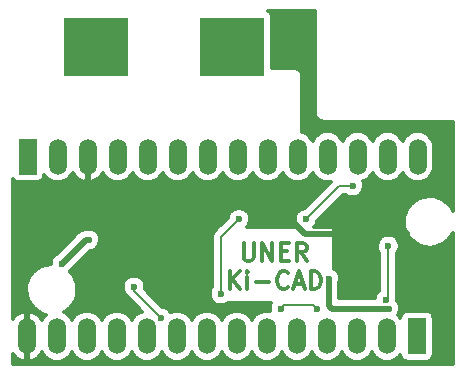
<source format=gbr>
G04 #@! TF.FileFunction,Copper,L1,Top,Signal*
%FSLAX46Y46*%
G04 Gerber Fmt 4.6, Leading zero omitted, Abs format (unit mm)*
G04 Created by KiCad (PCBNEW 4.0.2-4+6225~38~ubuntu14.04.1-stable) date jue 07 abr 2016 16:44:47 ART*
%MOMM*%
G01*
G04 APERTURE LIST*
%ADD10C,0.100000*%
%ADD11C,0.300000*%
%ADD12R,5.400000X5.000000*%
%ADD13O,1.506220X3.014980*%
%ADD14R,1.506220X3.014980*%
%ADD15C,0.600000*%
%ADD16C,0.300000*%
%ADD17C,0.500000*%
%ADD18C,0.203200*%
G04 APERTURE END LIST*
D10*
D11*
X153059143Y-104404571D02*
X153059143Y-105618857D01*
X153130571Y-105761714D01*
X153202000Y-105833143D01*
X153344857Y-105904571D01*
X153630571Y-105904571D01*
X153773429Y-105833143D01*
X153844857Y-105761714D01*
X153916286Y-105618857D01*
X153916286Y-104404571D01*
X154630572Y-105904571D02*
X154630572Y-104404571D01*
X155487715Y-105904571D01*
X155487715Y-104404571D01*
X156202001Y-105118857D02*
X156702001Y-105118857D01*
X156916287Y-105904571D02*
X156202001Y-105904571D01*
X156202001Y-104404571D01*
X156916287Y-104404571D01*
X158416287Y-105904571D02*
X157916287Y-105190286D01*
X157559144Y-105904571D02*
X157559144Y-104404571D01*
X158130572Y-104404571D01*
X158273430Y-104476000D01*
X158344858Y-104547429D01*
X158416287Y-104690286D01*
X158416287Y-104904571D01*
X158344858Y-105047429D01*
X158273430Y-105118857D01*
X158130572Y-105190286D01*
X157559144Y-105190286D01*
X151880572Y-108304571D02*
X151880572Y-106804571D01*
X152737715Y-108304571D02*
X152094858Y-107447429D01*
X152737715Y-106804571D02*
X151880572Y-107661714D01*
X153380572Y-108304571D02*
X153380572Y-107304571D01*
X153380572Y-106804571D02*
X153309143Y-106876000D01*
X153380572Y-106947429D01*
X153452000Y-106876000D01*
X153380572Y-106804571D01*
X153380572Y-106947429D01*
X154094858Y-107733143D02*
X155237715Y-107733143D01*
X156809144Y-108161714D02*
X156737715Y-108233143D01*
X156523429Y-108304571D01*
X156380572Y-108304571D01*
X156166287Y-108233143D01*
X156023429Y-108090286D01*
X155952001Y-107947429D01*
X155880572Y-107661714D01*
X155880572Y-107447429D01*
X155952001Y-107161714D01*
X156023429Y-107018857D01*
X156166287Y-106876000D01*
X156380572Y-106804571D01*
X156523429Y-106804571D01*
X156737715Y-106876000D01*
X156809144Y-106947429D01*
X157380572Y-107876000D02*
X158094858Y-107876000D01*
X157237715Y-108304571D02*
X157737715Y-106804571D01*
X158237715Y-108304571D01*
X158737715Y-108304571D02*
X158737715Y-106804571D01*
X159094858Y-106804571D01*
X159309143Y-106876000D01*
X159452001Y-107018857D01*
X159523429Y-107161714D01*
X159594858Y-107447429D01*
X159594858Y-107661714D01*
X159523429Y-107947429D01*
X159452001Y-108090286D01*
X159309143Y-108233143D01*
X159094858Y-108304571D01*
X158737715Y-108304571D01*
D12*
X140600000Y-87800000D03*
X152100000Y-87800000D03*
D13*
X144940000Y-97100000D03*
X147480000Y-97100000D03*
X150020000Y-97100000D03*
X152560000Y-97100000D03*
X155100000Y-97100000D03*
X157640000Y-97100000D03*
X160180000Y-97100000D03*
X162720000Y-97100000D03*
X165260000Y-97100000D03*
X142400000Y-97100000D03*
X139860000Y-97100000D03*
X137320000Y-97100000D03*
X167800000Y-97100000D03*
D14*
X134780000Y-97100000D03*
D13*
X157580000Y-112300000D03*
X155040000Y-112300000D03*
X152500000Y-112300000D03*
X149960000Y-112300000D03*
X147420000Y-112300000D03*
X144880000Y-112300000D03*
X142340000Y-112300000D03*
X139800000Y-112300000D03*
X137260000Y-112300000D03*
X160120000Y-112300000D03*
X162660000Y-112300000D03*
X165200000Y-112300000D03*
X134720000Y-112300000D03*
D14*
X167740000Y-112300000D03*
D15*
X137414000Y-100838000D03*
X134620000Y-103632000D03*
X146050000Y-107188000D03*
X155702000Y-101092000D03*
X164338000Y-103632000D03*
X166878000Y-103632000D03*
X165354000Y-109982000D03*
X160274000Y-107442000D03*
X137668000Y-106172000D03*
X139954000Y-104140000D03*
X162306000Y-99568000D03*
X158335610Y-102406402D03*
X143764000Y-108110390D03*
X146050000Y-110744000D03*
X165100000Y-109220000D03*
X165312991Y-104648000D03*
D16*
X152100000Y-87800000D03*
X140600000Y-87800000D03*
D15*
X151130000Y-108712000D03*
X152654000Y-102407991D03*
X159258000Y-109982000D03*
X156210000Y-109982000D03*
D17*
X134620000Y-103632000D02*
X137414000Y-100838000D01*
X146050000Y-107188000D02*
X152146000Y-101092000D01*
X152146000Y-101092000D02*
X155702000Y-101092000D01*
X158242000Y-103632000D02*
X155702000Y-101092000D01*
X165354000Y-103632000D02*
X164338000Y-103632000D01*
X166878000Y-103632000D02*
X165354000Y-103632000D01*
X165354000Y-103632000D02*
X158242000Y-103632000D01*
X160274000Y-109728000D02*
X160528000Y-109982000D01*
X160528000Y-109982000D02*
X165354000Y-109982000D01*
X160274000Y-107442000D02*
X160274000Y-109728000D01*
X139954000Y-104140000D02*
X139700000Y-104140000D01*
X139700000Y-104140000D02*
X137668000Y-106172000D01*
D18*
X158335610Y-102406402D02*
X161174012Y-99568000D01*
X161174012Y-99568000D02*
X162306000Y-99568000D01*
X146050000Y-110744000D02*
X143764000Y-108458000D01*
X143764000Y-108458000D02*
X143764000Y-108110390D01*
X165312991Y-104648000D02*
X165312991Y-109007009D01*
X165312991Y-109007009D02*
X165100000Y-109220000D01*
X152654000Y-102407991D02*
X151130000Y-103931991D01*
X151130000Y-103931991D02*
X151130000Y-108712000D01*
X158958001Y-109682001D02*
X159258000Y-109982000D01*
X156210000Y-109982000D02*
X156509999Y-109682001D01*
X156509999Y-109682001D02*
X158958001Y-109682001D01*
D11*
G36*
X159075000Y-93400000D02*
X159081659Y-93467913D01*
X159087842Y-93535851D01*
X159088560Y-93538290D01*
X159088808Y-93540820D01*
X159108533Y-93606153D01*
X159127792Y-93671590D01*
X159128969Y-93673841D01*
X159129704Y-93676276D01*
X159161758Y-93736562D01*
X159193346Y-93796983D01*
X159194937Y-93798962D01*
X159196132Y-93801209D01*
X159239275Y-93854107D01*
X159282007Y-93907256D01*
X159283954Y-93908890D01*
X159285561Y-93910860D01*
X159338146Y-93954362D01*
X159390399Y-93998207D01*
X159392626Y-93999431D01*
X159394585Y-94001052D01*
X159454631Y-94033519D01*
X159514392Y-94066373D01*
X159516813Y-94067141D01*
X159519051Y-94068351D01*
X159584240Y-94088530D01*
X159649264Y-94109157D01*
X159651791Y-94109440D01*
X159654219Y-94110192D01*
X159722061Y-94117322D01*
X159789877Y-94124929D01*
X159794761Y-94124963D01*
X159794939Y-94124982D01*
X159795117Y-94124966D01*
X159800000Y-94125000D01*
X170775000Y-94125000D01*
X170775000Y-101686127D01*
X170586887Y-101354989D01*
X170309238Y-101033329D01*
X169974400Y-100771725D01*
X169595126Y-100580140D01*
X169185863Y-100465872D01*
X168762199Y-100433272D01*
X168340272Y-100483584D01*
X167936153Y-100614890D01*
X167565235Y-100822190D01*
X167241645Y-101097586D01*
X166977709Y-101430590D01*
X166783481Y-101808517D01*
X166666358Y-102216973D01*
X166630802Y-102640399D01*
X166678167Y-103062666D01*
X166806649Y-103467692D01*
X167011354Y-103840049D01*
X167284484Y-104165553D01*
X167615638Y-104431807D01*
X167992200Y-104628669D01*
X168399827Y-104748641D01*
X168822995Y-104787152D01*
X169245583Y-104742736D01*
X169651496Y-104617085D01*
X170025273Y-104414985D01*
X170352676Y-104144133D01*
X170621235Y-103814847D01*
X170775000Y-103525657D01*
X170775000Y-114675000D01*
X133525000Y-114675000D01*
X133525000Y-113783810D01*
X133608913Y-113917053D01*
X133798561Y-114117239D01*
X134023620Y-114276580D01*
X134275440Y-114388953D01*
X134402295Y-114421048D01*
X134620000Y-114290953D01*
X134620000Y-112400000D01*
X134600000Y-112400000D01*
X134600000Y-112200000D01*
X134620000Y-112200000D01*
X134620000Y-110309047D01*
X134402295Y-110178952D01*
X134275440Y-110211047D01*
X134023620Y-110323420D01*
X133798561Y-110482761D01*
X133608913Y-110682947D01*
X133525000Y-110816190D01*
X133525000Y-99021068D01*
X133537496Y-99040031D01*
X133677374Y-99159248D01*
X133844928Y-99234776D01*
X134026890Y-99260635D01*
X135533110Y-99260635D01*
X135636620Y-99252381D01*
X135812184Y-99198012D01*
X135965651Y-99096884D01*
X136084868Y-98957006D01*
X136160396Y-98789452D01*
X136176981Y-98672751D01*
X136324394Y-98853498D01*
X136535391Y-99028050D01*
X136776273Y-99158294D01*
X137037866Y-99239271D01*
X137310205Y-99267895D01*
X137582917Y-99243076D01*
X137845614Y-99165760D01*
X138088291Y-99038891D01*
X138301705Y-98867303D01*
X138477725Y-98657530D01*
X138590188Y-98452961D01*
X138601963Y-98483715D01*
X138748913Y-98717053D01*
X138938561Y-98917239D01*
X139163620Y-99076580D01*
X139415440Y-99188953D01*
X139542295Y-99221048D01*
X139760000Y-99090953D01*
X139760000Y-97200000D01*
X139740000Y-97200000D01*
X139740000Y-97000000D01*
X139760000Y-97000000D01*
X139760000Y-96980000D01*
X139960000Y-96980000D01*
X139960000Y-97000000D01*
X139980000Y-97000000D01*
X139980000Y-97200000D01*
X139960000Y-97200000D01*
X139960000Y-99090953D01*
X140177705Y-99221048D01*
X140304560Y-99188953D01*
X140556380Y-99076580D01*
X140781439Y-98917239D01*
X140971087Y-98717053D01*
X141118037Y-98483715D01*
X141130387Y-98451461D01*
X141231320Y-98641288D01*
X141404394Y-98853498D01*
X141615391Y-99028050D01*
X141856273Y-99158294D01*
X142117866Y-99239271D01*
X142390205Y-99267895D01*
X142662917Y-99243076D01*
X142925614Y-99165760D01*
X143168291Y-99038891D01*
X143381705Y-98867303D01*
X143557725Y-98657530D01*
X143670694Y-98452040D01*
X143771320Y-98641288D01*
X143944394Y-98853498D01*
X144155391Y-99028050D01*
X144396273Y-99158294D01*
X144657866Y-99239271D01*
X144930205Y-99267895D01*
X145202917Y-99243076D01*
X145465614Y-99165760D01*
X145708291Y-99038891D01*
X145921705Y-98867303D01*
X146097725Y-98657530D01*
X146210694Y-98452040D01*
X146311320Y-98641288D01*
X146484394Y-98853498D01*
X146695391Y-99028050D01*
X146936273Y-99158294D01*
X147197866Y-99239271D01*
X147470205Y-99267895D01*
X147742917Y-99243076D01*
X148005614Y-99165760D01*
X148248291Y-99038891D01*
X148461705Y-98867303D01*
X148637725Y-98657530D01*
X148750694Y-98452040D01*
X148851320Y-98641288D01*
X149024394Y-98853498D01*
X149235391Y-99028050D01*
X149476273Y-99158294D01*
X149737866Y-99239271D01*
X150010205Y-99267895D01*
X150282917Y-99243076D01*
X150545614Y-99165760D01*
X150788291Y-99038891D01*
X151001705Y-98867303D01*
X151177725Y-98657530D01*
X151290694Y-98452040D01*
X151391320Y-98641288D01*
X151564394Y-98853498D01*
X151775391Y-99028050D01*
X152016273Y-99158294D01*
X152277866Y-99239271D01*
X152550205Y-99267895D01*
X152822917Y-99243076D01*
X153085614Y-99165760D01*
X153328291Y-99038891D01*
X153541705Y-98867303D01*
X153717725Y-98657530D01*
X153830694Y-98452040D01*
X153931320Y-98641288D01*
X154104394Y-98853498D01*
X154315391Y-99028050D01*
X154556273Y-99158294D01*
X154817866Y-99239271D01*
X155090205Y-99267895D01*
X155362917Y-99243076D01*
X155625614Y-99165760D01*
X155868291Y-99038891D01*
X156081705Y-98867303D01*
X156257725Y-98657530D01*
X156370694Y-98452040D01*
X156471320Y-98641288D01*
X156644394Y-98853498D01*
X156855391Y-99028050D01*
X157096273Y-99158294D01*
X157357866Y-99239271D01*
X157630205Y-99267895D01*
X157902917Y-99243076D01*
X158165614Y-99165760D01*
X158408291Y-99038891D01*
X158621705Y-98867303D01*
X158797725Y-98657530D01*
X158910694Y-98452040D01*
X159011320Y-98641288D01*
X159184394Y-98853498D01*
X159395391Y-99028050D01*
X159636273Y-99158294D01*
X159897866Y-99239271D01*
X160170205Y-99267895D01*
X160435322Y-99243767D01*
X158217289Y-101461801D01*
X158066088Y-101490644D01*
X157893349Y-101560435D01*
X157737456Y-101662448D01*
X157604346Y-101792799D01*
X157499090Y-101946521D01*
X157425697Y-102117761D01*
X157386962Y-102299994D01*
X157384361Y-102486281D01*
X157417992Y-102669525D01*
X157486576Y-102842746D01*
X157587499Y-102999348D01*
X157661521Y-103076000D01*
X153330152Y-103076000D01*
X153376625Y-103031744D01*
X153484017Y-102879506D01*
X153559794Y-102709309D01*
X153601070Y-102527634D01*
X153604041Y-102314839D01*
X153567854Y-102132082D01*
X153496859Y-101959835D01*
X153393760Y-101804658D01*
X153262483Y-101672461D01*
X153108029Y-101568281D01*
X152936282Y-101496085D01*
X152753783Y-101458623D01*
X152567482Y-101457323D01*
X152384478Y-101492233D01*
X152211739Y-101562024D01*
X152055846Y-101664037D01*
X151922736Y-101794388D01*
X151817480Y-101948110D01*
X151744087Y-102119350D01*
X151707475Y-102291593D01*
X150923069Y-103076000D01*
X150723429Y-103076000D01*
X150723429Y-103275640D01*
X150598539Y-103400530D01*
X150554482Y-103454165D01*
X150509845Y-103507362D01*
X150507942Y-103510823D01*
X150505432Y-103513879D01*
X150472603Y-103575105D01*
X150439178Y-103635904D01*
X150437984Y-103639669D01*
X150436115Y-103643154D01*
X150415807Y-103709579D01*
X150394824Y-103775725D01*
X150394384Y-103779651D01*
X150393228Y-103783431D01*
X150386215Y-103852472D01*
X150378473Y-103921497D01*
X150378419Y-103929228D01*
X150378405Y-103929368D01*
X150378417Y-103929499D01*
X150378400Y-103931991D01*
X150378400Y-108128097D01*
X150293480Y-108252119D01*
X150220087Y-108423359D01*
X150181352Y-108605592D01*
X150178751Y-108791879D01*
X150212382Y-108975123D01*
X150280966Y-109148344D01*
X150381889Y-109304946D01*
X150511307Y-109438962D01*
X150664291Y-109545289D01*
X150835013Y-109619876D01*
X151016972Y-109659882D01*
X151203236Y-109663784D01*
X151386710Y-109631432D01*
X151560406Y-109564060D01*
X151699167Y-109476000D01*
X155405058Y-109476000D01*
X155373480Y-109522119D01*
X155300087Y-109693359D01*
X155261352Y-109875592D01*
X155258751Y-110061879D01*
X155276003Y-110155880D01*
X155049795Y-110132105D01*
X154777083Y-110156924D01*
X154514386Y-110234240D01*
X154271709Y-110361109D01*
X154058295Y-110532697D01*
X153882275Y-110742470D01*
X153769306Y-110947960D01*
X153668680Y-110758712D01*
X153495606Y-110546502D01*
X153284609Y-110371950D01*
X153043727Y-110241706D01*
X152782134Y-110160729D01*
X152509795Y-110132105D01*
X152237083Y-110156924D01*
X151974386Y-110234240D01*
X151731709Y-110361109D01*
X151518295Y-110532697D01*
X151342275Y-110742470D01*
X151229306Y-110947960D01*
X151128680Y-110758712D01*
X150955606Y-110546502D01*
X150744609Y-110371950D01*
X150503727Y-110241706D01*
X150242134Y-110160729D01*
X149969795Y-110132105D01*
X149697083Y-110156924D01*
X149434386Y-110234240D01*
X149191709Y-110361109D01*
X148978295Y-110532697D01*
X148802275Y-110742470D01*
X148689306Y-110947960D01*
X148588680Y-110758712D01*
X148415606Y-110546502D01*
X148204609Y-110371950D01*
X147963727Y-110241706D01*
X147702134Y-110160729D01*
X147429795Y-110132105D01*
X147157083Y-110156924D01*
X146894386Y-110234240D01*
X146862875Y-110250714D01*
X146789760Y-110140667D01*
X146658483Y-110008470D01*
X146504029Y-109904290D01*
X146332282Y-109832094D01*
X146167112Y-109798189D01*
X144690314Y-108321391D01*
X144711070Y-108230033D01*
X144714041Y-108017238D01*
X144677854Y-107834481D01*
X144606859Y-107662234D01*
X144503760Y-107507057D01*
X144372483Y-107374860D01*
X144218029Y-107270680D01*
X144046282Y-107198484D01*
X143863783Y-107161022D01*
X143677482Y-107159722D01*
X143494478Y-107194632D01*
X143321739Y-107264423D01*
X143165846Y-107366436D01*
X143032736Y-107496787D01*
X142927480Y-107650509D01*
X142854087Y-107821749D01*
X142815352Y-108003982D01*
X142812751Y-108190269D01*
X142846382Y-108373513D01*
X142914966Y-108546734D01*
X143015889Y-108703336D01*
X143085719Y-108775647D01*
X143101702Y-108805708D01*
X143133655Y-108867351D01*
X143136121Y-108870440D01*
X143137976Y-108873929D01*
X143181851Y-108927725D01*
X143225170Y-108981989D01*
X143230593Y-108987488D01*
X143230687Y-108987603D01*
X143230794Y-108987691D01*
X143232539Y-108989461D01*
X144449364Y-110206286D01*
X144354386Y-110234240D01*
X144111709Y-110361109D01*
X143898295Y-110532697D01*
X143722275Y-110742470D01*
X143609306Y-110947960D01*
X143508680Y-110758712D01*
X143335606Y-110546502D01*
X143124609Y-110371950D01*
X142883727Y-110241706D01*
X142622134Y-110160729D01*
X142349795Y-110132105D01*
X142077083Y-110156924D01*
X141814386Y-110234240D01*
X141571709Y-110361109D01*
X141358295Y-110532697D01*
X141182275Y-110742470D01*
X141069306Y-110947960D01*
X140968680Y-110758712D01*
X140795606Y-110546502D01*
X140584609Y-110371950D01*
X140343727Y-110241706D01*
X140082134Y-110160729D01*
X139809795Y-110132105D01*
X139537083Y-110156924D01*
X139274386Y-110234240D01*
X139031709Y-110361109D01*
X138818295Y-110532697D01*
X138642275Y-110742470D01*
X138529306Y-110947960D01*
X138428680Y-110758712D01*
X138255606Y-110546502D01*
X138044609Y-110371950D01*
X137858903Y-110271540D01*
X138037478Y-110174985D01*
X138364881Y-109904133D01*
X138633440Y-109574847D01*
X138832926Y-109199668D01*
X138955740Y-108792888D01*
X138997205Y-108370000D01*
X138996356Y-108309209D01*
X138943100Y-107887644D01*
X138808976Y-107484451D01*
X138599092Y-107114989D01*
X138353803Y-106830818D01*
X138390625Y-106795753D01*
X138498017Y-106643515D01*
X138521082Y-106591710D01*
X140021136Y-105091656D01*
X140027236Y-105091784D01*
X140210710Y-105059432D01*
X140384406Y-104992060D01*
X140541709Y-104892233D01*
X140676625Y-104763753D01*
X140784017Y-104611515D01*
X140859794Y-104441318D01*
X140901070Y-104259643D01*
X140904041Y-104046848D01*
X140867854Y-103864091D01*
X140796859Y-103691844D01*
X140693760Y-103536667D01*
X140562483Y-103404470D01*
X140408029Y-103300290D01*
X140236282Y-103228094D01*
X140053783Y-103190632D01*
X139867482Y-103189332D01*
X139684478Y-103224242D01*
X139628003Y-103247059D01*
X139617227Y-103248116D01*
X139534444Y-103255358D01*
X139529900Y-103256678D01*
X139525189Y-103257140D01*
X139445646Y-103281156D01*
X139365769Y-103304362D01*
X139361562Y-103306543D01*
X139357037Y-103307909D01*
X139283711Y-103346897D01*
X139209825Y-103385196D01*
X139206124Y-103388151D01*
X139201948Y-103390371D01*
X139137502Y-103442932D01*
X139072552Y-103494781D01*
X139065970Y-103501271D01*
X139065829Y-103501386D01*
X139065721Y-103501517D01*
X139063604Y-103503604D01*
X137251639Y-105315569D01*
X137225739Y-105326033D01*
X137069846Y-105428046D01*
X136936736Y-105558397D01*
X136831480Y-105712119D01*
X136758087Y-105883359D01*
X136719352Y-106065592D01*
X136717475Y-106200060D01*
X136352477Y-106243584D01*
X135948358Y-106374890D01*
X135577440Y-106582190D01*
X135253850Y-106857586D01*
X134989914Y-107190590D01*
X134795686Y-107568517D01*
X134678563Y-107976973D01*
X134643007Y-108400399D01*
X134690372Y-108822666D01*
X134818854Y-109227692D01*
X135023559Y-109600049D01*
X135296689Y-109925553D01*
X135627843Y-110191807D01*
X136004405Y-110388669D01*
X136336035Y-110486274D01*
X136278295Y-110532697D01*
X136102275Y-110742470D01*
X135989812Y-110947039D01*
X135978037Y-110916285D01*
X135831087Y-110682947D01*
X135641439Y-110482761D01*
X135416380Y-110323420D01*
X135164560Y-110211047D01*
X135037705Y-110178952D01*
X134820000Y-110309047D01*
X134820000Y-112200000D01*
X134840000Y-112200000D01*
X134840000Y-112400000D01*
X134820000Y-112400000D01*
X134820000Y-114290953D01*
X135037705Y-114421048D01*
X135164560Y-114388953D01*
X135416380Y-114276580D01*
X135641439Y-114117239D01*
X135831087Y-113917053D01*
X135978037Y-113683715D01*
X135990387Y-113651461D01*
X136091320Y-113841288D01*
X136264394Y-114053498D01*
X136475391Y-114228050D01*
X136716273Y-114358294D01*
X136977866Y-114439271D01*
X137250205Y-114467895D01*
X137522917Y-114443076D01*
X137785614Y-114365760D01*
X138028291Y-114238891D01*
X138241705Y-114067303D01*
X138417725Y-113857530D01*
X138530694Y-113652040D01*
X138631320Y-113841288D01*
X138804394Y-114053498D01*
X139015391Y-114228050D01*
X139256273Y-114358294D01*
X139517866Y-114439271D01*
X139790205Y-114467895D01*
X140062917Y-114443076D01*
X140325614Y-114365760D01*
X140568291Y-114238891D01*
X140781705Y-114067303D01*
X140957725Y-113857530D01*
X141070694Y-113652040D01*
X141171320Y-113841288D01*
X141344394Y-114053498D01*
X141555391Y-114228050D01*
X141796273Y-114358294D01*
X142057866Y-114439271D01*
X142330205Y-114467895D01*
X142602917Y-114443076D01*
X142865614Y-114365760D01*
X143108291Y-114238891D01*
X143321705Y-114067303D01*
X143497725Y-113857530D01*
X143610694Y-113652040D01*
X143711320Y-113841288D01*
X143884394Y-114053498D01*
X144095391Y-114228050D01*
X144336273Y-114358294D01*
X144597866Y-114439271D01*
X144870205Y-114467895D01*
X145142917Y-114443076D01*
X145405614Y-114365760D01*
X145648291Y-114238891D01*
X145861705Y-114067303D01*
X146037725Y-113857530D01*
X146150694Y-113652040D01*
X146251320Y-113841288D01*
X146424394Y-114053498D01*
X146635391Y-114228050D01*
X146876273Y-114358294D01*
X147137866Y-114439271D01*
X147410205Y-114467895D01*
X147682917Y-114443076D01*
X147945614Y-114365760D01*
X148188291Y-114238891D01*
X148401705Y-114067303D01*
X148577725Y-113857530D01*
X148690694Y-113652040D01*
X148791320Y-113841288D01*
X148964394Y-114053498D01*
X149175391Y-114228050D01*
X149416273Y-114358294D01*
X149677866Y-114439271D01*
X149950205Y-114467895D01*
X150222917Y-114443076D01*
X150485614Y-114365760D01*
X150728291Y-114238891D01*
X150941705Y-114067303D01*
X151117725Y-113857530D01*
X151230694Y-113652040D01*
X151331320Y-113841288D01*
X151504394Y-114053498D01*
X151715391Y-114228050D01*
X151956273Y-114358294D01*
X152217866Y-114439271D01*
X152490205Y-114467895D01*
X152762917Y-114443076D01*
X153025614Y-114365760D01*
X153268291Y-114238891D01*
X153481705Y-114067303D01*
X153657725Y-113857530D01*
X153770694Y-113652040D01*
X153871320Y-113841288D01*
X154044394Y-114053498D01*
X154255391Y-114228050D01*
X154496273Y-114358294D01*
X154757866Y-114439271D01*
X155030205Y-114467895D01*
X155302917Y-114443076D01*
X155565614Y-114365760D01*
X155808291Y-114238891D01*
X156021705Y-114067303D01*
X156197725Y-113857530D01*
X156310694Y-113652040D01*
X156411320Y-113841288D01*
X156584394Y-114053498D01*
X156795391Y-114228050D01*
X157036273Y-114358294D01*
X157297866Y-114439271D01*
X157570205Y-114467895D01*
X157842917Y-114443076D01*
X158105614Y-114365760D01*
X158348291Y-114238891D01*
X158561705Y-114067303D01*
X158737725Y-113857530D01*
X158850694Y-113652040D01*
X158951320Y-113841288D01*
X159124394Y-114053498D01*
X159335391Y-114228050D01*
X159576273Y-114358294D01*
X159837866Y-114439271D01*
X160110205Y-114467895D01*
X160382917Y-114443076D01*
X160645614Y-114365760D01*
X160888291Y-114238891D01*
X161101705Y-114067303D01*
X161277725Y-113857530D01*
X161390694Y-113652040D01*
X161491320Y-113841288D01*
X161664394Y-114053498D01*
X161875391Y-114228050D01*
X162116273Y-114358294D01*
X162377866Y-114439271D01*
X162650205Y-114467895D01*
X162922917Y-114443076D01*
X163185614Y-114365760D01*
X163428291Y-114238891D01*
X163641705Y-114067303D01*
X163817725Y-113857530D01*
X163930694Y-113652040D01*
X164031320Y-113841288D01*
X164204394Y-114053498D01*
X164415391Y-114228050D01*
X164656273Y-114358294D01*
X164917866Y-114439271D01*
X165190205Y-114467895D01*
X165462917Y-114443076D01*
X165725614Y-114365760D01*
X165968291Y-114238891D01*
X166181705Y-114067303D01*
X166339470Y-113879285D01*
X166341999Y-113911000D01*
X166396368Y-114086564D01*
X166497496Y-114240031D01*
X166637374Y-114359248D01*
X166804928Y-114434776D01*
X166986890Y-114460635D01*
X168493110Y-114460635D01*
X168596620Y-114452381D01*
X168772184Y-114398012D01*
X168925651Y-114296884D01*
X169044868Y-114157006D01*
X169120396Y-113989452D01*
X169146255Y-113807490D01*
X169146255Y-110792510D01*
X169138001Y-110689000D01*
X169083632Y-110513436D01*
X168982504Y-110359969D01*
X168842626Y-110240752D01*
X168675072Y-110165224D01*
X168493110Y-110139365D01*
X166986890Y-110139365D01*
X166883380Y-110147619D01*
X166707816Y-110201988D01*
X166554349Y-110303116D01*
X166435132Y-110442994D01*
X166359604Y-110610548D01*
X166343019Y-110727249D01*
X166195606Y-110546502D01*
X166146866Y-110506180D01*
X166184017Y-110453515D01*
X166259794Y-110283318D01*
X166301070Y-110101643D01*
X166304041Y-109888848D01*
X166267854Y-109706091D01*
X166196859Y-109533844D01*
X166093760Y-109378667D01*
X166047180Y-109331761D01*
X166049634Y-109155990D01*
X166049763Y-109155568D01*
X166056775Y-109086533D01*
X166064518Y-109017503D01*
X166064572Y-109009772D01*
X166064586Y-109009632D01*
X166064574Y-109009501D01*
X166064591Y-109007009D01*
X166064591Y-105230678D01*
X166143008Y-105119515D01*
X166218785Y-104949318D01*
X166260061Y-104767643D01*
X166263032Y-104554848D01*
X166226845Y-104372091D01*
X166155850Y-104199844D01*
X166052751Y-104044667D01*
X165921474Y-103912470D01*
X165767020Y-103808290D01*
X165595273Y-103736094D01*
X165412774Y-103698632D01*
X165226473Y-103697332D01*
X165043469Y-103732242D01*
X164870730Y-103802033D01*
X164714837Y-103904046D01*
X164581727Y-104034397D01*
X164476471Y-104188119D01*
X164403078Y-104359359D01*
X164364343Y-104541592D01*
X164361742Y-104727879D01*
X164395373Y-104911123D01*
X164463957Y-105084344D01*
X164561391Y-105235532D01*
X164561391Y-108437081D01*
X164501846Y-108476046D01*
X164368736Y-108606397D01*
X164263480Y-108760119D01*
X164190087Y-108931359D01*
X164158067Y-109082000D01*
X161174000Y-109082000D01*
X161174000Y-107756331D01*
X161179794Y-107743318D01*
X161221070Y-107561643D01*
X161224041Y-107348848D01*
X161187854Y-107166091D01*
X161116859Y-106993844D01*
X161013760Y-106838667D01*
X160882483Y-106706470D01*
X160728029Y-106602290D01*
X160680572Y-106582341D01*
X160680572Y-103076000D01*
X159010093Y-103076000D01*
X159058235Y-103030155D01*
X159165627Y-102877917D01*
X159241404Y-102707720D01*
X159282680Y-102526045D01*
X159282734Y-102522200D01*
X161485335Y-100319600D01*
X161722756Y-100319600D01*
X161840291Y-100401289D01*
X162011013Y-100475876D01*
X162192972Y-100515882D01*
X162379236Y-100519784D01*
X162562710Y-100487432D01*
X162736406Y-100420060D01*
X162893709Y-100320233D01*
X163028625Y-100191753D01*
X163136017Y-100039515D01*
X163211794Y-99869318D01*
X163253070Y-99687643D01*
X163256041Y-99474848D01*
X163219854Y-99292091D01*
X163176204Y-99186188D01*
X163245614Y-99165760D01*
X163488291Y-99038891D01*
X163701705Y-98867303D01*
X163877725Y-98657530D01*
X163990694Y-98452040D01*
X164091320Y-98641288D01*
X164264394Y-98853498D01*
X164475391Y-99028050D01*
X164716273Y-99158294D01*
X164977866Y-99239271D01*
X165250205Y-99267895D01*
X165522917Y-99243076D01*
X165785614Y-99165760D01*
X166028291Y-99038891D01*
X166241705Y-98867303D01*
X166417725Y-98657530D01*
X166530694Y-98452040D01*
X166631320Y-98641288D01*
X166804394Y-98853498D01*
X167015391Y-99028050D01*
X167256273Y-99158294D01*
X167517866Y-99239271D01*
X167790205Y-99267895D01*
X168062917Y-99243076D01*
X168325614Y-99165760D01*
X168568291Y-99038891D01*
X168781705Y-98867303D01*
X168957725Y-98657530D01*
X169089648Y-98417563D01*
X169172449Y-98156542D01*
X169202973Y-97884409D01*
X169203110Y-97864819D01*
X169203110Y-96335181D01*
X169176388Y-96062649D01*
X169097240Y-95800497D01*
X168968680Y-95558712D01*
X168795606Y-95346502D01*
X168584609Y-95171950D01*
X168343727Y-95041706D01*
X168082134Y-94960729D01*
X167809795Y-94932105D01*
X167537083Y-94956924D01*
X167274386Y-95034240D01*
X167031709Y-95161109D01*
X166818295Y-95332697D01*
X166642275Y-95542470D01*
X166529306Y-95747960D01*
X166428680Y-95558712D01*
X166255606Y-95346502D01*
X166044609Y-95171950D01*
X165803727Y-95041706D01*
X165542134Y-94960729D01*
X165269795Y-94932105D01*
X164997083Y-94956924D01*
X164734386Y-95034240D01*
X164491709Y-95161109D01*
X164278295Y-95332697D01*
X164102275Y-95542470D01*
X163989306Y-95747960D01*
X163888680Y-95558712D01*
X163715606Y-95346502D01*
X163504609Y-95171950D01*
X163263727Y-95041706D01*
X163002134Y-94960729D01*
X162729795Y-94932105D01*
X162457083Y-94956924D01*
X162194386Y-95034240D01*
X161951709Y-95161109D01*
X161738295Y-95332697D01*
X161562275Y-95542470D01*
X161449306Y-95747960D01*
X161348680Y-95558712D01*
X161175606Y-95346502D01*
X160964609Y-95171950D01*
X160723727Y-95041706D01*
X160462134Y-94960729D01*
X160189795Y-94932105D01*
X159917083Y-94956924D01*
X159654386Y-95034240D01*
X159411709Y-95161109D01*
X159198295Y-95332697D01*
X159022275Y-95542470D01*
X158909306Y-95747960D01*
X158808680Y-95558712D01*
X158635606Y-95346502D01*
X158424609Y-95171950D01*
X158183727Y-95041706D01*
X158025000Y-94992572D01*
X158025000Y-90300000D01*
X158018341Y-90232087D01*
X158012158Y-90164149D01*
X158011440Y-90161710D01*
X158011192Y-90159180D01*
X157991467Y-90093847D01*
X157972208Y-90028410D01*
X157971031Y-90026159D01*
X157970296Y-90023724D01*
X157938242Y-89963438D01*
X157906654Y-89903017D01*
X157905063Y-89901038D01*
X157903868Y-89898791D01*
X157860725Y-89845893D01*
X157817993Y-89792744D01*
X157816046Y-89791110D01*
X157814439Y-89789140D01*
X157761854Y-89745638D01*
X157709601Y-89701793D01*
X157707374Y-89700569D01*
X157705415Y-89698948D01*
X157645369Y-89666481D01*
X157585608Y-89633627D01*
X157583187Y-89632859D01*
X157580949Y-89631649D01*
X157515760Y-89611470D01*
X157450736Y-89590843D01*
X157448209Y-89590560D01*
X157445781Y-89589808D01*
X157377939Y-89582678D01*
X157310123Y-89575071D01*
X157305239Y-89575037D01*
X157305061Y-89575018D01*
X157304883Y-89575034D01*
X157300000Y-89575000D01*
X155453145Y-89575000D01*
X155453145Y-85300000D01*
X155444891Y-85196490D01*
X155390522Y-85020926D01*
X155289394Y-84867459D01*
X155149516Y-84748242D01*
X155097955Y-84725000D01*
X159075000Y-84725000D01*
X159075000Y-93400000D01*
X159075000Y-93400000D01*
G37*
X159075000Y-93400000D02*
X159081659Y-93467913D01*
X159087842Y-93535851D01*
X159088560Y-93538290D01*
X159088808Y-93540820D01*
X159108533Y-93606153D01*
X159127792Y-93671590D01*
X159128969Y-93673841D01*
X159129704Y-93676276D01*
X159161758Y-93736562D01*
X159193346Y-93796983D01*
X159194937Y-93798962D01*
X159196132Y-93801209D01*
X159239275Y-93854107D01*
X159282007Y-93907256D01*
X159283954Y-93908890D01*
X159285561Y-93910860D01*
X159338146Y-93954362D01*
X159390399Y-93998207D01*
X159392626Y-93999431D01*
X159394585Y-94001052D01*
X159454631Y-94033519D01*
X159514392Y-94066373D01*
X159516813Y-94067141D01*
X159519051Y-94068351D01*
X159584240Y-94088530D01*
X159649264Y-94109157D01*
X159651791Y-94109440D01*
X159654219Y-94110192D01*
X159722061Y-94117322D01*
X159789877Y-94124929D01*
X159794761Y-94124963D01*
X159794939Y-94124982D01*
X159795117Y-94124966D01*
X159800000Y-94125000D01*
X170775000Y-94125000D01*
X170775000Y-101686127D01*
X170586887Y-101354989D01*
X170309238Y-101033329D01*
X169974400Y-100771725D01*
X169595126Y-100580140D01*
X169185863Y-100465872D01*
X168762199Y-100433272D01*
X168340272Y-100483584D01*
X167936153Y-100614890D01*
X167565235Y-100822190D01*
X167241645Y-101097586D01*
X166977709Y-101430590D01*
X166783481Y-101808517D01*
X166666358Y-102216973D01*
X166630802Y-102640399D01*
X166678167Y-103062666D01*
X166806649Y-103467692D01*
X167011354Y-103840049D01*
X167284484Y-104165553D01*
X167615638Y-104431807D01*
X167992200Y-104628669D01*
X168399827Y-104748641D01*
X168822995Y-104787152D01*
X169245583Y-104742736D01*
X169651496Y-104617085D01*
X170025273Y-104414985D01*
X170352676Y-104144133D01*
X170621235Y-103814847D01*
X170775000Y-103525657D01*
X170775000Y-114675000D01*
X133525000Y-114675000D01*
X133525000Y-113783810D01*
X133608913Y-113917053D01*
X133798561Y-114117239D01*
X134023620Y-114276580D01*
X134275440Y-114388953D01*
X134402295Y-114421048D01*
X134620000Y-114290953D01*
X134620000Y-112400000D01*
X134600000Y-112400000D01*
X134600000Y-112200000D01*
X134620000Y-112200000D01*
X134620000Y-110309047D01*
X134402295Y-110178952D01*
X134275440Y-110211047D01*
X134023620Y-110323420D01*
X133798561Y-110482761D01*
X133608913Y-110682947D01*
X133525000Y-110816190D01*
X133525000Y-99021068D01*
X133537496Y-99040031D01*
X133677374Y-99159248D01*
X133844928Y-99234776D01*
X134026890Y-99260635D01*
X135533110Y-99260635D01*
X135636620Y-99252381D01*
X135812184Y-99198012D01*
X135965651Y-99096884D01*
X136084868Y-98957006D01*
X136160396Y-98789452D01*
X136176981Y-98672751D01*
X136324394Y-98853498D01*
X136535391Y-99028050D01*
X136776273Y-99158294D01*
X137037866Y-99239271D01*
X137310205Y-99267895D01*
X137582917Y-99243076D01*
X137845614Y-99165760D01*
X138088291Y-99038891D01*
X138301705Y-98867303D01*
X138477725Y-98657530D01*
X138590188Y-98452961D01*
X138601963Y-98483715D01*
X138748913Y-98717053D01*
X138938561Y-98917239D01*
X139163620Y-99076580D01*
X139415440Y-99188953D01*
X139542295Y-99221048D01*
X139760000Y-99090953D01*
X139760000Y-97200000D01*
X139740000Y-97200000D01*
X139740000Y-97000000D01*
X139760000Y-97000000D01*
X139760000Y-96980000D01*
X139960000Y-96980000D01*
X139960000Y-97000000D01*
X139980000Y-97000000D01*
X139980000Y-97200000D01*
X139960000Y-97200000D01*
X139960000Y-99090953D01*
X140177705Y-99221048D01*
X140304560Y-99188953D01*
X140556380Y-99076580D01*
X140781439Y-98917239D01*
X140971087Y-98717053D01*
X141118037Y-98483715D01*
X141130387Y-98451461D01*
X141231320Y-98641288D01*
X141404394Y-98853498D01*
X141615391Y-99028050D01*
X141856273Y-99158294D01*
X142117866Y-99239271D01*
X142390205Y-99267895D01*
X142662917Y-99243076D01*
X142925614Y-99165760D01*
X143168291Y-99038891D01*
X143381705Y-98867303D01*
X143557725Y-98657530D01*
X143670694Y-98452040D01*
X143771320Y-98641288D01*
X143944394Y-98853498D01*
X144155391Y-99028050D01*
X144396273Y-99158294D01*
X144657866Y-99239271D01*
X144930205Y-99267895D01*
X145202917Y-99243076D01*
X145465614Y-99165760D01*
X145708291Y-99038891D01*
X145921705Y-98867303D01*
X146097725Y-98657530D01*
X146210694Y-98452040D01*
X146311320Y-98641288D01*
X146484394Y-98853498D01*
X146695391Y-99028050D01*
X146936273Y-99158294D01*
X147197866Y-99239271D01*
X147470205Y-99267895D01*
X147742917Y-99243076D01*
X148005614Y-99165760D01*
X148248291Y-99038891D01*
X148461705Y-98867303D01*
X148637725Y-98657530D01*
X148750694Y-98452040D01*
X148851320Y-98641288D01*
X149024394Y-98853498D01*
X149235391Y-99028050D01*
X149476273Y-99158294D01*
X149737866Y-99239271D01*
X150010205Y-99267895D01*
X150282917Y-99243076D01*
X150545614Y-99165760D01*
X150788291Y-99038891D01*
X151001705Y-98867303D01*
X151177725Y-98657530D01*
X151290694Y-98452040D01*
X151391320Y-98641288D01*
X151564394Y-98853498D01*
X151775391Y-99028050D01*
X152016273Y-99158294D01*
X152277866Y-99239271D01*
X152550205Y-99267895D01*
X152822917Y-99243076D01*
X153085614Y-99165760D01*
X153328291Y-99038891D01*
X153541705Y-98867303D01*
X153717725Y-98657530D01*
X153830694Y-98452040D01*
X153931320Y-98641288D01*
X154104394Y-98853498D01*
X154315391Y-99028050D01*
X154556273Y-99158294D01*
X154817866Y-99239271D01*
X155090205Y-99267895D01*
X155362917Y-99243076D01*
X155625614Y-99165760D01*
X155868291Y-99038891D01*
X156081705Y-98867303D01*
X156257725Y-98657530D01*
X156370694Y-98452040D01*
X156471320Y-98641288D01*
X156644394Y-98853498D01*
X156855391Y-99028050D01*
X157096273Y-99158294D01*
X157357866Y-99239271D01*
X157630205Y-99267895D01*
X157902917Y-99243076D01*
X158165614Y-99165760D01*
X158408291Y-99038891D01*
X158621705Y-98867303D01*
X158797725Y-98657530D01*
X158910694Y-98452040D01*
X159011320Y-98641288D01*
X159184394Y-98853498D01*
X159395391Y-99028050D01*
X159636273Y-99158294D01*
X159897866Y-99239271D01*
X160170205Y-99267895D01*
X160435322Y-99243767D01*
X158217289Y-101461801D01*
X158066088Y-101490644D01*
X157893349Y-101560435D01*
X157737456Y-101662448D01*
X157604346Y-101792799D01*
X157499090Y-101946521D01*
X157425697Y-102117761D01*
X157386962Y-102299994D01*
X157384361Y-102486281D01*
X157417992Y-102669525D01*
X157486576Y-102842746D01*
X157587499Y-102999348D01*
X157661521Y-103076000D01*
X153330152Y-103076000D01*
X153376625Y-103031744D01*
X153484017Y-102879506D01*
X153559794Y-102709309D01*
X153601070Y-102527634D01*
X153604041Y-102314839D01*
X153567854Y-102132082D01*
X153496859Y-101959835D01*
X153393760Y-101804658D01*
X153262483Y-101672461D01*
X153108029Y-101568281D01*
X152936282Y-101496085D01*
X152753783Y-101458623D01*
X152567482Y-101457323D01*
X152384478Y-101492233D01*
X152211739Y-101562024D01*
X152055846Y-101664037D01*
X151922736Y-101794388D01*
X151817480Y-101948110D01*
X151744087Y-102119350D01*
X151707475Y-102291593D01*
X150923069Y-103076000D01*
X150723429Y-103076000D01*
X150723429Y-103275640D01*
X150598539Y-103400530D01*
X150554482Y-103454165D01*
X150509845Y-103507362D01*
X150507942Y-103510823D01*
X150505432Y-103513879D01*
X150472603Y-103575105D01*
X150439178Y-103635904D01*
X150437984Y-103639669D01*
X150436115Y-103643154D01*
X150415807Y-103709579D01*
X150394824Y-103775725D01*
X150394384Y-103779651D01*
X150393228Y-103783431D01*
X150386215Y-103852472D01*
X150378473Y-103921497D01*
X150378419Y-103929228D01*
X150378405Y-103929368D01*
X150378417Y-103929499D01*
X150378400Y-103931991D01*
X150378400Y-108128097D01*
X150293480Y-108252119D01*
X150220087Y-108423359D01*
X150181352Y-108605592D01*
X150178751Y-108791879D01*
X150212382Y-108975123D01*
X150280966Y-109148344D01*
X150381889Y-109304946D01*
X150511307Y-109438962D01*
X150664291Y-109545289D01*
X150835013Y-109619876D01*
X151016972Y-109659882D01*
X151203236Y-109663784D01*
X151386710Y-109631432D01*
X151560406Y-109564060D01*
X151699167Y-109476000D01*
X155405058Y-109476000D01*
X155373480Y-109522119D01*
X155300087Y-109693359D01*
X155261352Y-109875592D01*
X155258751Y-110061879D01*
X155276003Y-110155880D01*
X155049795Y-110132105D01*
X154777083Y-110156924D01*
X154514386Y-110234240D01*
X154271709Y-110361109D01*
X154058295Y-110532697D01*
X153882275Y-110742470D01*
X153769306Y-110947960D01*
X153668680Y-110758712D01*
X153495606Y-110546502D01*
X153284609Y-110371950D01*
X153043727Y-110241706D01*
X152782134Y-110160729D01*
X152509795Y-110132105D01*
X152237083Y-110156924D01*
X151974386Y-110234240D01*
X151731709Y-110361109D01*
X151518295Y-110532697D01*
X151342275Y-110742470D01*
X151229306Y-110947960D01*
X151128680Y-110758712D01*
X150955606Y-110546502D01*
X150744609Y-110371950D01*
X150503727Y-110241706D01*
X150242134Y-110160729D01*
X149969795Y-110132105D01*
X149697083Y-110156924D01*
X149434386Y-110234240D01*
X149191709Y-110361109D01*
X148978295Y-110532697D01*
X148802275Y-110742470D01*
X148689306Y-110947960D01*
X148588680Y-110758712D01*
X148415606Y-110546502D01*
X148204609Y-110371950D01*
X147963727Y-110241706D01*
X147702134Y-110160729D01*
X147429795Y-110132105D01*
X147157083Y-110156924D01*
X146894386Y-110234240D01*
X146862875Y-110250714D01*
X146789760Y-110140667D01*
X146658483Y-110008470D01*
X146504029Y-109904290D01*
X146332282Y-109832094D01*
X146167112Y-109798189D01*
X144690314Y-108321391D01*
X144711070Y-108230033D01*
X144714041Y-108017238D01*
X144677854Y-107834481D01*
X144606859Y-107662234D01*
X144503760Y-107507057D01*
X144372483Y-107374860D01*
X144218029Y-107270680D01*
X144046282Y-107198484D01*
X143863783Y-107161022D01*
X143677482Y-107159722D01*
X143494478Y-107194632D01*
X143321739Y-107264423D01*
X143165846Y-107366436D01*
X143032736Y-107496787D01*
X142927480Y-107650509D01*
X142854087Y-107821749D01*
X142815352Y-108003982D01*
X142812751Y-108190269D01*
X142846382Y-108373513D01*
X142914966Y-108546734D01*
X143015889Y-108703336D01*
X143085719Y-108775647D01*
X143101702Y-108805708D01*
X143133655Y-108867351D01*
X143136121Y-108870440D01*
X143137976Y-108873929D01*
X143181851Y-108927725D01*
X143225170Y-108981989D01*
X143230593Y-108987488D01*
X143230687Y-108987603D01*
X143230794Y-108987691D01*
X143232539Y-108989461D01*
X144449364Y-110206286D01*
X144354386Y-110234240D01*
X144111709Y-110361109D01*
X143898295Y-110532697D01*
X143722275Y-110742470D01*
X143609306Y-110947960D01*
X143508680Y-110758712D01*
X143335606Y-110546502D01*
X143124609Y-110371950D01*
X142883727Y-110241706D01*
X142622134Y-110160729D01*
X142349795Y-110132105D01*
X142077083Y-110156924D01*
X141814386Y-110234240D01*
X141571709Y-110361109D01*
X141358295Y-110532697D01*
X141182275Y-110742470D01*
X141069306Y-110947960D01*
X140968680Y-110758712D01*
X140795606Y-110546502D01*
X140584609Y-110371950D01*
X140343727Y-110241706D01*
X140082134Y-110160729D01*
X139809795Y-110132105D01*
X139537083Y-110156924D01*
X139274386Y-110234240D01*
X139031709Y-110361109D01*
X138818295Y-110532697D01*
X138642275Y-110742470D01*
X138529306Y-110947960D01*
X138428680Y-110758712D01*
X138255606Y-110546502D01*
X138044609Y-110371950D01*
X137858903Y-110271540D01*
X138037478Y-110174985D01*
X138364881Y-109904133D01*
X138633440Y-109574847D01*
X138832926Y-109199668D01*
X138955740Y-108792888D01*
X138997205Y-108370000D01*
X138996356Y-108309209D01*
X138943100Y-107887644D01*
X138808976Y-107484451D01*
X138599092Y-107114989D01*
X138353803Y-106830818D01*
X138390625Y-106795753D01*
X138498017Y-106643515D01*
X138521082Y-106591710D01*
X140021136Y-105091656D01*
X140027236Y-105091784D01*
X140210710Y-105059432D01*
X140384406Y-104992060D01*
X140541709Y-104892233D01*
X140676625Y-104763753D01*
X140784017Y-104611515D01*
X140859794Y-104441318D01*
X140901070Y-104259643D01*
X140904041Y-104046848D01*
X140867854Y-103864091D01*
X140796859Y-103691844D01*
X140693760Y-103536667D01*
X140562483Y-103404470D01*
X140408029Y-103300290D01*
X140236282Y-103228094D01*
X140053783Y-103190632D01*
X139867482Y-103189332D01*
X139684478Y-103224242D01*
X139628003Y-103247059D01*
X139617227Y-103248116D01*
X139534444Y-103255358D01*
X139529900Y-103256678D01*
X139525189Y-103257140D01*
X139445646Y-103281156D01*
X139365769Y-103304362D01*
X139361562Y-103306543D01*
X139357037Y-103307909D01*
X139283711Y-103346897D01*
X139209825Y-103385196D01*
X139206124Y-103388151D01*
X139201948Y-103390371D01*
X139137502Y-103442932D01*
X139072552Y-103494781D01*
X139065970Y-103501271D01*
X139065829Y-103501386D01*
X139065721Y-103501517D01*
X139063604Y-103503604D01*
X137251639Y-105315569D01*
X137225739Y-105326033D01*
X137069846Y-105428046D01*
X136936736Y-105558397D01*
X136831480Y-105712119D01*
X136758087Y-105883359D01*
X136719352Y-106065592D01*
X136717475Y-106200060D01*
X136352477Y-106243584D01*
X135948358Y-106374890D01*
X135577440Y-106582190D01*
X135253850Y-106857586D01*
X134989914Y-107190590D01*
X134795686Y-107568517D01*
X134678563Y-107976973D01*
X134643007Y-108400399D01*
X134690372Y-108822666D01*
X134818854Y-109227692D01*
X135023559Y-109600049D01*
X135296689Y-109925553D01*
X135627843Y-110191807D01*
X136004405Y-110388669D01*
X136336035Y-110486274D01*
X136278295Y-110532697D01*
X136102275Y-110742470D01*
X135989812Y-110947039D01*
X135978037Y-110916285D01*
X135831087Y-110682947D01*
X135641439Y-110482761D01*
X135416380Y-110323420D01*
X135164560Y-110211047D01*
X135037705Y-110178952D01*
X134820000Y-110309047D01*
X134820000Y-112200000D01*
X134840000Y-112200000D01*
X134840000Y-112400000D01*
X134820000Y-112400000D01*
X134820000Y-114290953D01*
X135037705Y-114421048D01*
X135164560Y-114388953D01*
X135416380Y-114276580D01*
X135641439Y-114117239D01*
X135831087Y-113917053D01*
X135978037Y-113683715D01*
X135990387Y-113651461D01*
X136091320Y-113841288D01*
X136264394Y-114053498D01*
X136475391Y-114228050D01*
X136716273Y-114358294D01*
X136977866Y-114439271D01*
X137250205Y-114467895D01*
X137522917Y-114443076D01*
X137785614Y-114365760D01*
X138028291Y-114238891D01*
X138241705Y-114067303D01*
X138417725Y-113857530D01*
X138530694Y-113652040D01*
X138631320Y-113841288D01*
X138804394Y-114053498D01*
X139015391Y-114228050D01*
X139256273Y-114358294D01*
X139517866Y-114439271D01*
X139790205Y-114467895D01*
X140062917Y-114443076D01*
X140325614Y-114365760D01*
X140568291Y-114238891D01*
X140781705Y-114067303D01*
X140957725Y-113857530D01*
X141070694Y-113652040D01*
X141171320Y-113841288D01*
X141344394Y-114053498D01*
X141555391Y-114228050D01*
X141796273Y-114358294D01*
X142057866Y-114439271D01*
X142330205Y-114467895D01*
X142602917Y-114443076D01*
X142865614Y-114365760D01*
X143108291Y-114238891D01*
X143321705Y-114067303D01*
X143497725Y-113857530D01*
X143610694Y-113652040D01*
X143711320Y-113841288D01*
X143884394Y-114053498D01*
X144095391Y-114228050D01*
X144336273Y-114358294D01*
X144597866Y-114439271D01*
X144870205Y-114467895D01*
X145142917Y-114443076D01*
X145405614Y-114365760D01*
X145648291Y-114238891D01*
X145861705Y-114067303D01*
X146037725Y-113857530D01*
X146150694Y-113652040D01*
X146251320Y-113841288D01*
X146424394Y-114053498D01*
X146635391Y-114228050D01*
X146876273Y-114358294D01*
X147137866Y-114439271D01*
X147410205Y-114467895D01*
X147682917Y-114443076D01*
X147945614Y-114365760D01*
X148188291Y-114238891D01*
X148401705Y-114067303D01*
X148577725Y-113857530D01*
X148690694Y-113652040D01*
X148791320Y-113841288D01*
X148964394Y-114053498D01*
X149175391Y-114228050D01*
X149416273Y-114358294D01*
X149677866Y-114439271D01*
X149950205Y-114467895D01*
X150222917Y-114443076D01*
X150485614Y-114365760D01*
X150728291Y-114238891D01*
X150941705Y-114067303D01*
X151117725Y-113857530D01*
X151230694Y-113652040D01*
X151331320Y-113841288D01*
X151504394Y-114053498D01*
X151715391Y-114228050D01*
X151956273Y-114358294D01*
X152217866Y-114439271D01*
X152490205Y-114467895D01*
X152762917Y-114443076D01*
X153025614Y-114365760D01*
X153268291Y-114238891D01*
X153481705Y-114067303D01*
X153657725Y-113857530D01*
X153770694Y-113652040D01*
X153871320Y-113841288D01*
X154044394Y-114053498D01*
X154255391Y-114228050D01*
X154496273Y-114358294D01*
X154757866Y-114439271D01*
X155030205Y-114467895D01*
X155302917Y-114443076D01*
X155565614Y-114365760D01*
X155808291Y-114238891D01*
X156021705Y-114067303D01*
X156197725Y-113857530D01*
X156310694Y-113652040D01*
X156411320Y-113841288D01*
X156584394Y-114053498D01*
X156795391Y-114228050D01*
X157036273Y-114358294D01*
X157297866Y-114439271D01*
X157570205Y-114467895D01*
X157842917Y-114443076D01*
X158105614Y-114365760D01*
X158348291Y-114238891D01*
X158561705Y-114067303D01*
X158737725Y-113857530D01*
X158850694Y-113652040D01*
X158951320Y-113841288D01*
X159124394Y-114053498D01*
X159335391Y-114228050D01*
X159576273Y-114358294D01*
X159837866Y-114439271D01*
X160110205Y-114467895D01*
X160382917Y-114443076D01*
X160645614Y-114365760D01*
X160888291Y-114238891D01*
X161101705Y-114067303D01*
X161277725Y-113857530D01*
X161390694Y-113652040D01*
X161491320Y-113841288D01*
X161664394Y-114053498D01*
X161875391Y-114228050D01*
X162116273Y-114358294D01*
X162377866Y-114439271D01*
X162650205Y-114467895D01*
X162922917Y-114443076D01*
X163185614Y-114365760D01*
X163428291Y-114238891D01*
X163641705Y-114067303D01*
X163817725Y-113857530D01*
X163930694Y-113652040D01*
X164031320Y-113841288D01*
X164204394Y-114053498D01*
X164415391Y-114228050D01*
X164656273Y-114358294D01*
X164917866Y-114439271D01*
X165190205Y-114467895D01*
X165462917Y-114443076D01*
X165725614Y-114365760D01*
X165968291Y-114238891D01*
X166181705Y-114067303D01*
X166339470Y-113879285D01*
X166341999Y-113911000D01*
X166396368Y-114086564D01*
X166497496Y-114240031D01*
X166637374Y-114359248D01*
X166804928Y-114434776D01*
X166986890Y-114460635D01*
X168493110Y-114460635D01*
X168596620Y-114452381D01*
X168772184Y-114398012D01*
X168925651Y-114296884D01*
X169044868Y-114157006D01*
X169120396Y-113989452D01*
X169146255Y-113807490D01*
X169146255Y-110792510D01*
X169138001Y-110689000D01*
X169083632Y-110513436D01*
X168982504Y-110359969D01*
X168842626Y-110240752D01*
X168675072Y-110165224D01*
X168493110Y-110139365D01*
X166986890Y-110139365D01*
X166883380Y-110147619D01*
X166707816Y-110201988D01*
X166554349Y-110303116D01*
X166435132Y-110442994D01*
X166359604Y-110610548D01*
X166343019Y-110727249D01*
X166195606Y-110546502D01*
X166146866Y-110506180D01*
X166184017Y-110453515D01*
X166259794Y-110283318D01*
X166301070Y-110101643D01*
X166304041Y-109888848D01*
X166267854Y-109706091D01*
X166196859Y-109533844D01*
X166093760Y-109378667D01*
X166047180Y-109331761D01*
X166049634Y-109155990D01*
X166049763Y-109155568D01*
X166056775Y-109086533D01*
X166064518Y-109017503D01*
X166064572Y-109009772D01*
X166064586Y-109009632D01*
X166064574Y-109009501D01*
X166064591Y-109007009D01*
X166064591Y-105230678D01*
X166143008Y-105119515D01*
X166218785Y-104949318D01*
X166260061Y-104767643D01*
X166263032Y-104554848D01*
X166226845Y-104372091D01*
X166155850Y-104199844D01*
X166052751Y-104044667D01*
X165921474Y-103912470D01*
X165767020Y-103808290D01*
X165595273Y-103736094D01*
X165412774Y-103698632D01*
X165226473Y-103697332D01*
X165043469Y-103732242D01*
X164870730Y-103802033D01*
X164714837Y-103904046D01*
X164581727Y-104034397D01*
X164476471Y-104188119D01*
X164403078Y-104359359D01*
X164364343Y-104541592D01*
X164361742Y-104727879D01*
X164395373Y-104911123D01*
X164463957Y-105084344D01*
X164561391Y-105235532D01*
X164561391Y-108437081D01*
X164501846Y-108476046D01*
X164368736Y-108606397D01*
X164263480Y-108760119D01*
X164190087Y-108931359D01*
X164158067Y-109082000D01*
X161174000Y-109082000D01*
X161174000Y-107756331D01*
X161179794Y-107743318D01*
X161221070Y-107561643D01*
X161224041Y-107348848D01*
X161187854Y-107166091D01*
X161116859Y-106993844D01*
X161013760Y-106838667D01*
X160882483Y-106706470D01*
X160728029Y-106602290D01*
X160680572Y-106582341D01*
X160680572Y-103076000D01*
X159010093Y-103076000D01*
X159058235Y-103030155D01*
X159165627Y-102877917D01*
X159241404Y-102707720D01*
X159282680Y-102526045D01*
X159282734Y-102522200D01*
X161485335Y-100319600D01*
X161722756Y-100319600D01*
X161840291Y-100401289D01*
X162011013Y-100475876D01*
X162192972Y-100515882D01*
X162379236Y-100519784D01*
X162562710Y-100487432D01*
X162736406Y-100420060D01*
X162893709Y-100320233D01*
X163028625Y-100191753D01*
X163136017Y-100039515D01*
X163211794Y-99869318D01*
X163253070Y-99687643D01*
X163256041Y-99474848D01*
X163219854Y-99292091D01*
X163176204Y-99186188D01*
X163245614Y-99165760D01*
X163488291Y-99038891D01*
X163701705Y-98867303D01*
X163877725Y-98657530D01*
X163990694Y-98452040D01*
X164091320Y-98641288D01*
X164264394Y-98853498D01*
X164475391Y-99028050D01*
X164716273Y-99158294D01*
X164977866Y-99239271D01*
X165250205Y-99267895D01*
X165522917Y-99243076D01*
X165785614Y-99165760D01*
X166028291Y-99038891D01*
X166241705Y-98867303D01*
X166417725Y-98657530D01*
X166530694Y-98452040D01*
X166631320Y-98641288D01*
X166804394Y-98853498D01*
X167015391Y-99028050D01*
X167256273Y-99158294D01*
X167517866Y-99239271D01*
X167790205Y-99267895D01*
X168062917Y-99243076D01*
X168325614Y-99165760D01*
X168568291Y-99038891D01*
X168781705Y-98867303D01*
X168957725Y-98657530D01*
X169089648Y-98417563D01*
X169172449Y-98156542D01*
X169202973Y-97884409D01*
X169203110Y-97864819D01*
X169203110Y-96335181D01*
X169176388Y-96062649D01*
X169097240Y-95800497D01*
X168968680Y-95558712D01*
X168795606Y-95346502D01*
X168584609Y-95171950D01*
X168343727Y-95041706D01*
X168082134Y-94960729D01*
X167809795Y-94932105D01*
X167537083Y-94956924D01*
X167274386Y-95034240D01*
X167031709Y-95161109D01*
X166818295Y-95332697D01*
X166642275Y-95542470D01*
X166529306Y-95747960D01*
X166428680Y-95558712D01*
X166255606Y-95346502D01*
X166044609Y-95171950D01*
X165803727Y-95041706D01*
X165542134Y-94960729D01*
X165269795Y-94932105D01*
X164997083Y-94956924D01*
X164734386Y-95034240D01*
X164491709Y-95161109D01*
X164278295Y-95332697D01*
X164102275Y-95542470D01*
X163989306Y-95747960D01*
X163888680Y-95558712D01*
X163715606Y-95346502D01*
X163504609Y-95171950D01*
X163263727Y-95041706D01*
X163002134Y-94960729D01*
X162729795Y-94932105D01*
X162457083Y-94956924D01*
X162194386Y-95034240D01*
X161951709Y-95161109D01*
X161738295Y-95332697D01*
X161562275Y-95542470D01*
X161449306Y-95747960D01*
X161348680Y-95558712D01*
X161175606Y-95346502D01*
X160964609Y-95171950D01*
X160723727Y-95041706D01*
X160462134Y-94960729D01*
X160189795Y-94932105D01*
X159917083Y-94956924D01*
X159654386Y-95034240D01*
X159411709Y-95161109D01*
X159198295Y-95332697D01*
X159022275Y-95542470D01*
X158909306Y-95747960D01*
X158808680Y-95558712D01*
X158635606Y-95346502D01*
X158424609Y-95171950D01*
X158183727Y-95041706D01*
X158025000Y-94992572D01*
X158025000Y-90300000D01*
X158018341Y-90232087D01*
X158012158Y-90164149D01*
X158011440Y-90161710D01*
X158011192Y-90159180D01*
X157991467Y-90093847D01*
X157972208Y-90028410D01*
X157971031Y-90026159D01*
X157970296Y-90023724D01*
X157938242Y-89963438D01*
X157906654Y-89903017D01*
X157905063Y-89901038D01*
X157903868Y-89898791D01*
X157860725Y-89845893D01*
X157817993Y-89792744D01*
X157816046Y-89791110D01*
X157814439Y-89789140D01*
X157761854Y-89745638D01*
X157709601Y-89701793D01*
X157707374Y-89700569D01*
X157705415Y-89698948D01*
X157645369Y-89666481D01*
X157585608Y-89633627D01*
X157583187Y-89632859D01*
X157580949Y-89631649D01*
X157515760Y-89611470D01*
X157450736Y-89590843D01*
X157448209Y-89590560D01*
X157445781Y-89589808D01*
X157377939Y-89582678D01*
X157310123Y-89575071D01*
X157305239Y-89575037D01*
X157305061Y-89575018D01*
X157304883Y-89575034D01*
X157300000Y-89575000D01*
X155453145Y-89575000D01*
X155453145Y-85300000D01*
X155444891Y-85196490D01*
X155390522Y-85020926D01*
X155289394Y-84867459D01*
X155149516Y-84748242D01*
X155097955Y-84725000D01*
X159075000Y-84725000D01*
X159075000Y-93400000D01*
M02*

</source>
